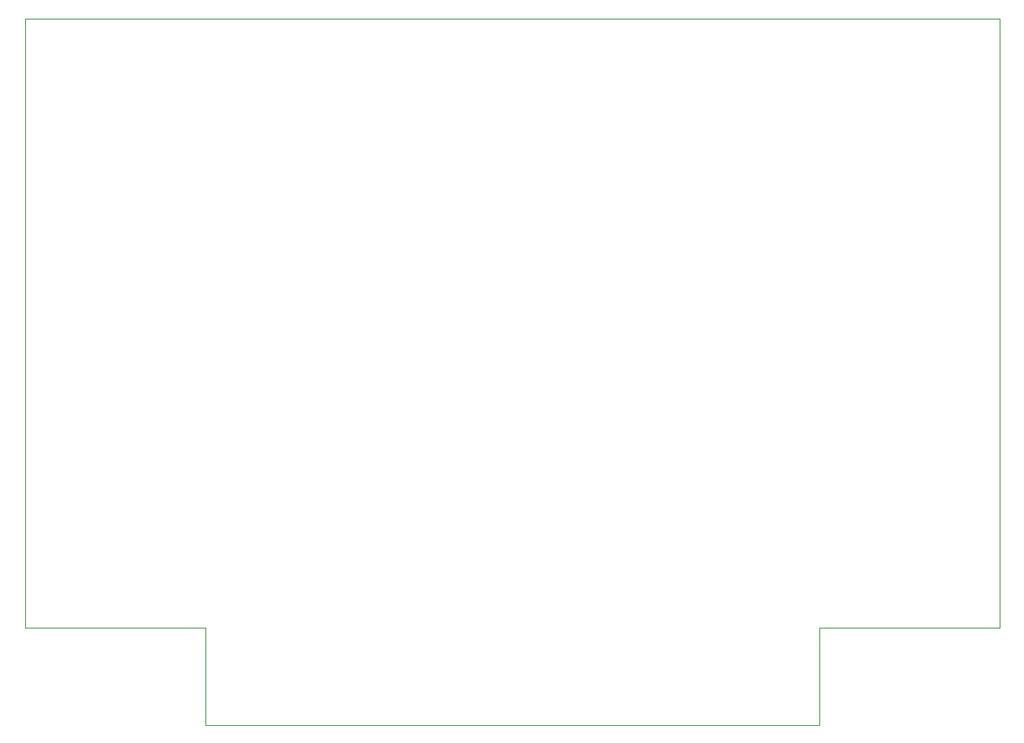
<source format=gm1>
G04 #@! TF.GenerationSoftware,KiCad,Pcbnew,6.0.11-2627ca5db0~126~ubuntu22.04.1*
G04 #@! TF.CreationDate,2025-05-14T16:21:12-06:00*
G04 #@! TF.ProjectId,i2c-headunit,6932632d-6865-4616-9475-6e69742e6b69,rev?*
G04 #@! TF.SameCoordinates,Original*
G04 #@! TF.FileFunction,Profile,NP*
%FSLAX46Y46*%
G04 Gerber Fmt 4.6, Leading zero omitted, Abs format (unit mm)*
G04 Created by KiCad (PCBNEW 6.0.11-2627ca5db0~126~ubuntu22.04.1) date 2025-05-14 16:21:12*
%MOMM*%
%LPD*%
G01*
G04 APERTURE LIST*
G04 #@! TA.AperFunction,Profile*
%ADD10C,0.100000*%
G04 #@! TD*
G04 APERTURE END LIST*
D10*
X152400000Y-114300000D02*
X133604000Y-114300000D01*
X133604000Y-114300000D02*
X133604000Y-124460000D01*
X50800000Y-50800000D02*
X152400000Y-50800000D01*
X69596000Y-124460000D02*
X69596000Y-114300000D01*
X152400000Y-50800000D02*
X152400000Y-114300000D01*
X133604000Y-124460000D02*
X69596000Y-124460000D01*
X69596000Y-114300000D02*
X50800000Y-114300000D01*
X50800000Y-114300000D02*
X50800000Y-50800000D01*
M02*

</source>
